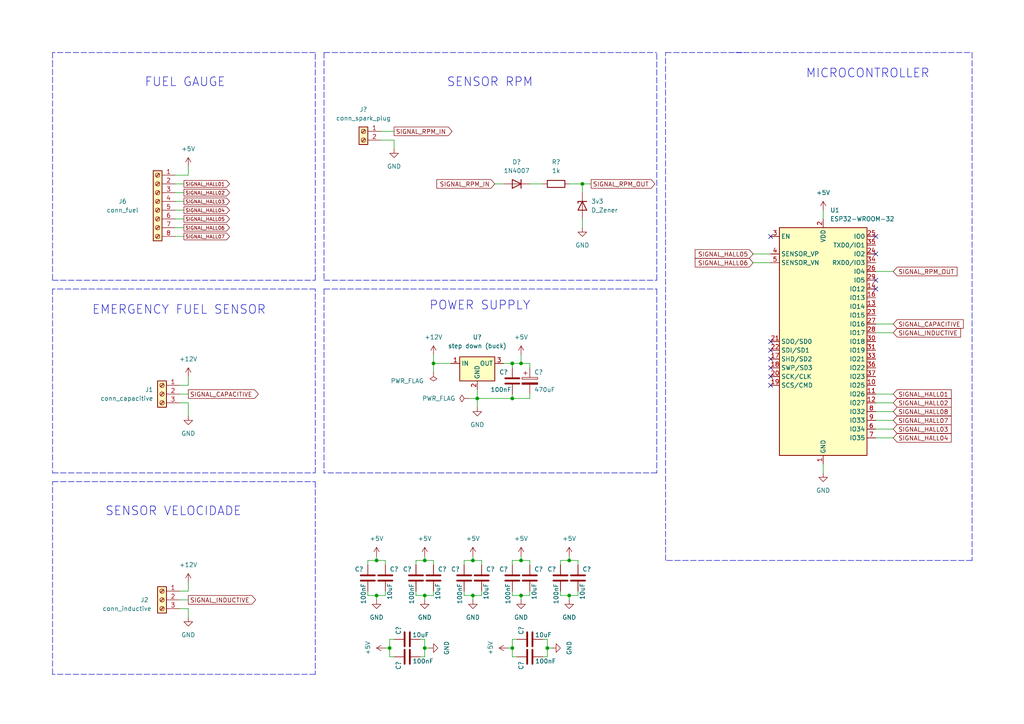
<source format=kicad_sch>
(kicad_sch (version 20211123) (generator eeschema)
  (paper "A4")
  (title_block (title "ECU2") (date "2022-09-27") (rev "v1.0.0") (company "Parahybaja"))
  (lib_symbols
    (symbol "+12V_2" (power) (pin_names (offset 0))
      (property "Value" "+12V_2" (at 0 3.556 0))
      (symbol "+12V_2_0_1"
        (polyline (pts (xy -0.762 1.27) (xy 0 2.54)))
        (polyline (pts (xy 0 0) (xy 0 2.54)))
        (polyline (pts (xy 0 2.54) (xy 0.762 1.27)))
      )
      (symbol "+12V_2_1_1"
        (pin power_in line (at 0 0 90) (length 0) hide (name "+12V") (number "1"))
      )
    )
    (symbol "Connector:Screw_Terminal_01x02" (pin_names (offset 1.016) hide)
      (property "Reference" "J" (at 0 2.54 0))
      (property "Value" "Screw_Terminal_01x02" (at 0 -5.08 0))
      (symbol "Screw_Terminal_01x02_1_1"
        (rectangle (start -1.27 1.27) (end 1.27 -3.81) (stroke (width 0.254)) (fill (type background)))
        (circle (center 0 -2.54) (radius 0.635) (stroke (width 0.1524)))
        (polyline (pts (xy -0.5334 -2.2098) (xy 0.3302 -3.048)) (stroke (width 0.1524)))
        (polyline (pts (xy -0.5334 0.3302) (xy 0.3302 -0.508)) (stroke (width 0.1524)))
        (polyline (pts (xy -0.3556 -2.032) (xy 0.508 -2.8702)) (stroke (width 0.1524)))
        (polyline (pts (xy -0.3556 0.508) (xy 0.508 -0.3302)) (stroke (width 0.1524)))
        (circle (center 0 0) (radius 0.635) (stroke (width 0.1524)))
        (pin passive line (at -5.08 0 0) (length 3.81) (name "Pin_1") (number "1"))
        (pin passive line (at -5.08 -2.54 0) (length 3.81) (name "Pin_2") (number "2"))
      )
    )
    (symbol "Connector:Screw_Terminal_01x03" (pin_names (offset 1.016) hide)
      (property "Reference" "J" (at 0 5.08 0))
      (property "Value" "Screw_Terminal_01x03" (at 0 -5.08 0))
      (symbol "Screw_Terminal_01x03_1_1"
        (rectangle (start -1.27 3.81) (end 1.27 -3.81) (stroke (width 0.254)) (fill (type background)))
        (circle (center 0 -2.54) (radius 0.635) (stroke (width 0.1524)))
        (polyline (pts (xy -0.5334 -2.2098) (xy 0.3302 -3.048)) (stroke (width 0.1524)))
        (polyline (pts (xy -0.5334 0.3302) (xy 0.3302 -0.508)) (stroke (width 0.1524)))
        (polyline (pts (xy -0.5334 2.8702) (xy 0.3302 2.032)) (stroke (width 0.1524)))
        (polyline (pts (xy -0.3556 -2.032) (xy 0.508 -2.8702)) (stroke (width 0.1524)))
        (polyline (pts (xy -0.3556 0.508) (xy 0.508 -0.3302)) (stroke (width 0.1524)))
        (polyline (pts (xy -0.3556 3.048) (xy 0.508 2.2098)) (stroke (width 0.1524)))
        (circle (center 0 0) (radius 0.635) (stroke (width 0.1524)))
        (circle (center 0 2.54) (radius 0.635) (stroke (width 0.1524)))
        (pin passive line (at -5.08 2.54 0) (length 3.81) (name "Pin_1") (number "1"))
        (pin passive line (at -5.08 0 0) (length 3.81) (name "Pin_2") (number "2"))
        (pin passive line (at -5.08 -2.54 0) (length 3.81) (name "Pin_3") (number "3"))
      )
    )
    (symbol "Connector:Screw_Terminal_01x08" (pin_names (offset 1.016) hide)
      (property "Reference" "J" (at 0 10.16 0))
      (property "Value" "Screw_Terminal_01x08" (at 0 -12.7 0))
      (symbol "Screw_Terminal_01x08_1_1"
        (rectangle (start -1.27 8.89) (end 1.27 -11.43) (stroke (width 0.254)) (fill (type background)))
        (circle (center 0 -10.16) (radius 0.635) (stroke (width 0.1524)))
        (circle (center 0 -7.62) (radius 0.635) (stroke (width 0.1524)))
        (circle (center 0 -5.08) (radius 0.635) (stroke (width 0.1524)))
        (circle (center 0 -2.54) (radius 0.635) (stroke (width 0.1524)))
        (polyline (pts (xy -0.5334 -9.8298) (xy 0.3302 -10.668)) (stroke (width 0.1524)))
        (polyline (pts (xy -0.5334 -7.2898) (xy 0.3302 -8.128)) (stroke (width 0.1524)))
        (polyline (pts (xy -0.5334 -4.7498) (xy 0.3302 -5.588)) (stroke (width 0.1524)))
        (polyline (pts (xy -0.5334 -2.2098) (xy 0.3302 -3.048)) (stroke (width 0.1524)))
        (polyline (pts (xy -0.5334 0.3302) (xy 0.3302 -0.508)) (stroke (width 0.1524)))
        (polyline (pts (xy -0.5334 2.8702) (xy 0.3302 2.032)) (stroke (width 0.1524)))
        (polyline (pts (xy -0.5334 5.4102) (xy 0.3302 4.572)) (stroke (width 0.1524)))
        (polyline (pts (xy -0.5334 7.9502) (xy 0.3302 7.112)) (stroke (width 0.1524)))
        (polyline (pts (xy -0.3556 -9.652) (xy 0.508 -10.4902)) (stroke (width 0.1524)))
        (polyline (pts (xy -0.3556 -7.112) (xy 0.508 -7.9502)) (stroke (width 0.1524)))
        (polyline (pts (xy -0.3556 -4.572) (xy 0.508 -5.4102)) (stroke (width 0.1524)))
        (polyline (pts (xy -0.3556 -2.032) (xy 0.508 -2.8702)) (stroke (width 0.1524)))
        (polyline (pts (xy -0.3556 0.508) (xy 0.508 -0.3302)) (stroke (width 0.1524)))
        (polyline (pts (xy -0.3556 3.048) (xy 0.508 2.2098)) (stroke (width 0.1524)))
        (polyline (pts (xy -0.3556 5.588) (xy 0.508 4.7498)) (stroke (width 0.1524)))
        (polyline (pts (xy -0.3556 8.128) (xy 0.508 7.2898)) (stroke (width 0.1524)))
        (circle (center 0 0) (radius 0.635) (stroke (width 0.1524)))
        (circle (center 0 2.54) (radius 0.635) (stroke (width 0.1524)))
        (circle (center 0 5.08) (radius 0.635) (stroke (width 0.1524)))
        (circle (center 0 7.62) (radius 0.635) (stroke (width 0.1524)))
        (pin passive line (at -5.08 7.62 0) (length 3.81) (name "Pin_1") (number "1"))
        (pin passive line (at -5.08 5.08 0) (length 3.81) (name "Pin_2") (number "2"))
        (pin passive line (at -5.08 2.54 0) (length 3.81) (name "Pin_3") (number "3"))
        (pin passive line (at -5.08 0 0) (length 3.81) (name "Pin_4") (number "4"))
        (pin passive line (at -5.08 -2.54 0) (length 3.81) (name "Pin_5") (number "5"))
        (pin passive line (at -5.08 -5.08 0) (length 3.81) (name "Pin_6") (number "6"))
        (pin passive line (at -5.08 -7.62 0) (length 3.81) (name "Pin_7") (number "7"))
        (pin passive line (at -5.08 -10.16 0) (length 3.81) (name "Pin_8") (number "8"))
      )
    )
    (symbol "Converter_DCDC:OKI-78SR-3.3_1.5-W36-C"
      (property "Reference" "U" (at -3.81 3.175 0))
      (property "Value" "OKI-78SR-3.3_1.5-W36-C" (at 0 3.175 0))
      (symbol "OKI-78SR-3.3_1.5-W36-C_0_1"
        (rectangle (start -5.08 1.905) (end 5.08 -5.08) (stroke (width 0.254)) (fill (type background)))
      )
      (symbol "OKI-78SR-3.3_1.5-W36-C_1_1"
        (pin power_in line (at -7.62 0 0) (length 2.54) (name "IN") (number "1"))
        (pin power_in line (at 0 -7.62 90) (length 2.54) (name "GND") (number "2"))
        (pin power_out line (at 7.62 0 180) (length 2.54) (name "OUT") (number "3"))
      )
    )
    (symbol "Device:C" (pin_numbers hide) (pin_names (offset 0.254))
      (property "Reference" "C" (at 0.635 2.54 0))
      (property "Value" "C" (at 0.635 -2.54 0))
      (symbol "C_0_1"
        (polyline (pts (xy -2.032 -0.762) (xy 2.032 -0.762)) (stroke (width 0.508)))
        (polyline (pts (xy -2.032 0.762) (xy 2.032 0.762)) (stroke (width 0.508)))
      )
      (symbol "C_1_1"
        (pin passive line (at 0 3.81 270) (length 2.794) (name "~") (number "1"))
        (pin passive line (at 0 -3.81 90) (length 2.794) (name "~") (number "2"))
      )
    )
    (symbol "Device:C_Polarized" (pin_numbers hide) (pin_names (offset 0.254))
      (property "Reference" "C" (at 0.635 2.54 0))
      (property "Value" "C_Polarized" (at 0.635 -2.54 0))
      (symbol "C_Polarized_0_1"
        (rectangle (start -2.286 0.508) (end 2.286 1.016))
        (polyline (pts (xy -1.778 2.286) (xy -0.762 2.286)))
        (polyline (pts (xy -1.27 2.794) (xy -1.27 1.778)))
        (rectangle (start 2.286 -0.508) (end -2.286 -1.016) (fill (type outline)))
      )
      (symbol "C_Polarized_1_1"
        (pin passive line (at 0 3.81 270) (length 2.794) (name "~") (number "1"))
        (pin passive line (at 0 -3.81 90) (length 2.794) (name "~") (number "2"))
      )
    )
    (symbol "Device:D_Zener" (pin_numbers hide) (pin_names (offset 1.016) hide)
      (property "Reference" "D" (at 0 2.54 0))
      (property "Value" "D_Zener" (at 0 -2.54 0))
      (symbol "D_Zener_0_1"
        (polyline (pts (xy 1.27 0) (xy -1.27 0)))
        (polyline (pts (xy -1.27 -1.27) (xy -1.27 1.27) (xy -0.762 1.27)) (stroke (width 0.254)))
        (polyline (pts (xy 1.27 -1.27) (xy 1.27 1.27) (xy -1.27 0) (xy 1.27 -1.27)) (stroke (width 0.254)))
      )
      (symbol "D_Zener_1_1"
        (pin passive line (at -3.81 0 0) (length 2.54) (name "K") (number "1"))
        (pin passive line (at 3.81 0 180) (length 2.54) (name "A") (number "2"))
      )
    )
    (symbol "Device:R" (pin_numbers hide) (pin_names (offset 0))
      (property "Reference" "R" (at 2.032 0 90))
      (property "Value" "R" (at 0 0 90))
      (symbol "R_0_1"
        (rectangle (start -1.016 -2.54) (end 1.016 2.54) (stroke (width 0.254)))
      )
      (symbol "R_1_1"
        (pin passive line (at 0 3.81 270) (length 1.27) (name "~") (number "1"))
        (pin passive line (at 0 -3.81 90) (length 1.27) (name "~") (number "2"))
      )
    )
    (symbol "Diode:1N4007" (pin_numbers hide) (pin_names (offset 1.016) hide)
      (property "Reference" "D" (at 0 2.54 0))
      (property "Value" "1N4007" (at 0 -2.54 0))
      (symbol "1N4007_0_1"
        (polyline (pts (xy -1.27 1.27) (xy -1.27 -1.27)) (stroke (width 0.254)))
        (polyline (pts (xy 1.27 0) (xy -1.27 0)))
        (polyline (pts (xy 1.27 1.27) (xy 1.27 -1.27) (xy -1.27 0) (xy 1.27 1.27)) (stroke (width 0.254)))
      )
      (symbol "1N4007_1_1"
        (pin passive line (at -3.81 0 0) (length 2.54) (name "K") (number "1"))
        (pin passive line (at 3.81 0 180) (length 2.54) (name "A") (number "2"))
      )
    )
    (symbol "GND_1" (power) (pin_names (offset 0))
      (property "Value" "GND_1" (at 0 -3.81 0))
      (symbol "GND_1_0_1"
        (polyline (pts (xy 0 0) (xy 0 -1.27) (xy 1.27 -1.27) (xy 0 -2.54) (xy -1.27 -1.27) (xy 0 -1.27)))
      )
      (symbol "GND_1_1_1"
        (pin power_in line (at 0 0 270) (length 0) hide (name "GND") (number "1"))
      )
    )
    (symbol "GND_2" (power) (pin_names (offset 0))
      (property "Value" "GND_2" (at 0 -3.81 0))
      (symbol "GND_2_0_1"
        (polyline (pts (xy 0 0) (xy 0 -1.27) (xy 1.27 -1.27) (xy 0 -2.54) (xy -1.27 -1.27) (xy 0 -1.27)))
      )
      (symbol "GND_2_1_1"
        (pin power_in line (at 0 0 270) (length 0) hide (name "GND") (number "1"))
      )
    )
    (symbol "RF_Module:ESP32-WROOM-32"
      (property "Reference" "U" (at -12.7 34.29 0))
      (property "Value" "ESP32-WROOM-32" (at 1.27 34.29 0))
      (symbol "ESP32-WROOM-32_0_1"
        (rectangle (start -12.7 33.02) (end 12.7 -33.02) (stroke (width 0.254)) (fill (type background)))
      )
      (symbol "ESP32-WROOM-32_1_1"
        (pin power_in line (at 0 -35.56 90) (length 2.54) (name "GND") (number "1"))
        (pin bidirectional line (at 15.24 -12.7 180) (length 2.54) (name "IO25") (number "10"))
        (pin bidirectional line (at 15.24 -15.24 180) (length 2.54) (name "IO26") (number "11"))
        (pin bidirectional line (at 15.24 -17.78 180) (length 2.54) (name "IO27") (number "12"))
        (pin bidirectional line (at 15.24 10.16 180) (length 2.54) (name "IO14") (number "13"))
        (pin bidirectional line (at 15.24 15.24 180) (length 2.54) (name "IO12") (number "14"))
        (pin passive line (at 0 -35.56 90) (length 2.54) hide (name "GND") (number "15"))
        (pin bidirectional line (at 15.24 12.7 180) (length 2.54) (name "IO13") (number "16"))
        (pin bidirectional line (at -15.24 -5.08 0) (length 2.54) (name "SHD/SD2") (number "17"))
        (pin bidirectional line (at -15.24 -7.62 0) (length 2.54) (name "SWP/SD3") (number "18"))
        (pin bidirectional line (at -15.24 -12.7 0) (length 2.54) (name "SCS/CMD") (number "19"))
        (pin power_in line (at 0 35.56 270) (length 2.54) (name "VDD") (number "2"))
        (pin bidirectional line (at -15.24 -10.16 0) (length 2.54) (name "SCK/CLK") (number "20"))
        (pin bidirectional line (at -15.24 0 0) (length 2.54) (name "SDO/SD0") (number "21"))
        (pin bidirectional line (at -15.24 -2.54 0) (length 2.54) (name "SDI/SD1") (number "22"))
        (pin bidirectional line (at 15.24 7.62 180) (length 2.54) (name "IO15") (number "23"))
        (pin bidirectional line (at 15.24 25.4 180) (length 2.54) (name "IO2") (number "24"))
        (pin bidirectional line (at 15.24 30.48 180) (length 2.54) (name "IO0") (number "25"))
        (pin bidirectional line (at 15.24 20.32 180) (length 2.54) (name "IO4") (number "26"))
        (pin bidirectional line (at 15.24 5.08 180) (length 2.54) (name "IO16") (number "27"))
        (pin bidirectional line (at 15.24 2.54 180) (length 2.54) (name "IO17") (number "28"))
        (pin bidirectional line (at 15.24 17.78 180) (length 2.54) (name "IO5") (number "29"))
        (pin input line (at -15.24 30.48 0) (length 2.54) (name "EN") (number "3"))
        (pin bidirectional line (at 15.24 0 180) (length 2.54) (name "IO18") (number "30"))
        (pin bidirectional line (at 15.24 -2.54 180) (length 2.54) (name "IO19") (number "31"))
        (pin no_connect line (at -12.7 -27.94 0) (length 2.54) hide (name "NC") (number "32"))
        (pin bidirectional line (at 15.24 -5.08 180) (length 2.54) (name "IO21") (number "33"))
        (pin bidirectional line (at 15.24 22.86 180) (length 2.54) (name "RXD0/IO3") (number "34"))
        (pin bidirectional line (at 15.24 27.94 180) (length 2.54) (name "TXD0/IO1") (number "35"))
        (pin bidirectional line (at 15.24 -7.62 180) (length 2.54) (name "IO22") (number "36"))
        (pin bidirectional line (at 15.24 -10.16 180) (length 2.54) (name "IO23") (number "37"))
        (pin passive line (at 0 -35.56 90) (length 2.54) hide (name "GND") (number "38"))
        (pin passive line (at 0 -35.56 90) (length 2.54) hide (name "GND") (number "39"))
        (pin input line (at -15.24 25.4 0) (length 2.54) (name "SENSOR_VP") (number "4"))
        (pin input line (at -15.24 22.86 0) (length 2.54) (name "SENSOR_VN") (number "5"))
        (pin input line (at 15.24 -25.4 180) (length 2.54) (name "IO34") (number "6"))
        (pin input line (at 15.24 -27.94 180) (length 2.54) (name "IO35") (number "7"))
        (pin bidirectional line (at 15.24 -20.32 180) (length 2.54) (name "IO32") (number "8"))
        (pin bidirectional line (at 15.24 -22.86 180) (length 2.54) (name "IO33") (number "9"))
      )
    )
    (symbol "power:+12V" (power) (pin_names (offset 0))
      (property "Value" "+12V" (at 0 3.556 0))
      (symbol "+12V_0_1"
        (polyline (pts (xy -0.762 1.27) (xy 0 2.54)))
        (polyline (pts (xy 0 0) (xy 0 2.54)))
        (polyline (pts (xy 0 2.54) (xy 0.762 1.27)))
      )
      (symbol "+12V_1_1"
        (pin power_in line (at 0 0 90) (length 0) hide (name "+12V") (number "1"))
      )
    )
    (symbol "power:+5V" (power) (pin_names (offset 0))
      (property "Value" "+5V" (at 0 3.556 0))
      (symbol "+5V_0_1"
        (polyline (pts (xy -0.762 1.27) (xy 0 2.54)))
        (polyline (pts (xy 0 0) (xy 0 2.54)))
        (polyline (pts (xy 0 2.54) (xy 0.762 1.27)))
      )
      (symbol "+5V_1_1"
        (pin power_in line (at 0 0 90) (length 0) hide (name "+5V") (number "1"))
      )
    )
    (symbol "power:GND" (power) (pin_names (offset 0))
      (property "Value" "GND" (at 0 -3.81 0))
      (symbol "GND_0_1"
        (polyline (pts (xy 0 0) (xy 0 -1.27) (xy 1.27 -1.27) (xy 0 -2.54) (xy -1.27 -1.27) (xy 0 -1.27)))
      )
      (symbol "GND_1_1"
        (pin power_in line (at 0 0 270) (length 0) hide (name "GND") (number "1"))
      )
    )
    (symbol "power:PWR_FLAG" (power) (pin_numbers hide) (pin_names (offset 0) hide)
      (property "Value" "PWR_FLAG" (at 0 3.81 0))
      (symbol "PWR_FLAG_0_0"
        (pin power_out line (at 0 0 90) (length 0) (name "pwr") (number "1"))
      )
      (symbol "PWR_FLAG_0_1"
        (polyline (pts (xy 0 0) (xy 0 1.27) (xy -1.016 1.905) (xy 0 2.54) (xy 1.016 1.905) (xy 0 1.27)))
      )
    )
  )
  (junction (at 109.22 162.56))
  (junction (at 165.1 172.72))
  (junction (at 168.91 53.34))
  (junction (at 148.59 105.41))
  (junction (at 151.13 162.56))
  (junction (at 109.22 172.72))
  (junction (at 125.73 105.41))
  (junction (at 151.13 105.41))
  (junction (at 148.59 187.96))
  (junction (at 158.75 187.96))
  (junction (at 165.1 162.56))
  (junction (at 148.59 115.57))
  (junction (at 137.16 172.72))
  (junction (at 137.16 162.56))
  (junction (at 151.13 172.72))
  (junction (at 123.19 187.96))
  (junction (at 113.03 187.96))
  (junction (at 123.19 162.56))
  (junction (at 138.43 115.57))
  (junction (at 123.19 172.72))
  (no_connect (at 223.52 99.06))
  (no_connect (at 254 83.82))
  (no_connect (at 223.52 109.22))
  (no_connect (at 223.52 111.76))
  (no_connect (at 223.52 101.6))
  (no_connect (at 223.52 104.14))
  (no_connect (at 223.52 106.68))
  (no_connect (at 223.52 68.58))
  (no_connect (at 254 68.58))
  (no_connect (at 254 81.28))
  (no_connect (at 254 73.66))
  (wire (pts (xy 106.68 172.72) (xy 106.68 171.45)))
  (wire (pts (xy 135.89 115.57) (xy 138.43 115.57)))
  (polyline (pts (xy 91.44 15.24) (xy 15.24 15.24)))
  (wire (pts (xy 50.8 53.34) (xy 53.34 53.34)))
  (wire (pts (xy 162.56 172.72) (xy 162.56 171.45)))
  (wire (pts (xy 52.07 116.84) (xy 54.61 116.84)))
  (polyline (pts (xy 93.98 83.82) (xy 93.98 137.16)))
  (wire (pts (xy 139.7 162.56) (xy 139.7 163.83)))
  (wire (pts (xy 109.22 162.56) (xy 111.76 162.56)))
  (wire (pts (xy 218.44 73.66) (xy 223.52 73.66)))
  (wire (pts (xy 50.8 66.04) (xy 53.34 66.04)))
  (wire (pts (xy 106.68 162.56) (xy 106.68 163.83)))
  (polyline (pts (xy 193.04 162.56) (xy 193.04 15.24)))
  (wire (pts (xy 123.19 172.72) (xy 120.65 172.72)))
  (wire (pts (xy 123.19 185.42) (xy 121.92 185.42)))
  (polyline (pts (xy 15.24 137.16) (xy 91.44 137.16)))
  (wire (pts (xy 151.13 102.87) (xy 151.13 105.41)))
  (wire (pts (xy 113.03 190.5) (xy 114.3 190.5)))
  (wire (pts (xy 137.16 172.72) (xy 139.7 172.72)))
  (wire (pts (xy 153.67 115.57) (xy 148.59 115.57)))
  (wire (pts (xy 125.73 102.87) (xy 125.73 105.41)))
  (wire (pts (xy 238.76 134.62) (xy 238.76 137.16)))
  (wire (pts (xy 238.76 60.96) (xy 238.76 63.5)))
  (wire (pts (xy 139.7 172.72) (xy 139.7 171.45)))
  (wire (pts (xy 151.13 161.29) (xy 151.13 162.56)))
  (polyline (pts (xy 15.24 195.58) (xy 15.24 139.7)))
  (polyline (pts (xy 91.44 137.16) (xy 91.44 83.82)))
  (wire (pts (xy 123.19 162.56) (xy 120.65 162.56)))
  (wire (pts (xy 148.59 185.42) (xy 149.86 185.42)))
  (polyline (pts (xy 213.36 162.56) (xy 193.04 162.56)))
  (wire (pts (xy 137.16 173.99) (xy 137.16 172.72)))
  (wire (pts (xy 147.32 187.96) (xy 148.59 187.96)))
  (wire (pts (xy 137.16 162.56) (xy 139.7 162.56)))
  (wire (pts (xy 137.16 162.56) (xy 134.62 162.56)))
  (wire (pts (xy 254 114.3) (xy 259.08 114.3)))
  (wire (pts (xy 148.59 105.41) (xy 146.05 105.41)))
  (polyline (pts (xy 93.98 81.28) (xy 190.5 81.28)))
  (wire (pts (xy 151.13 173.99) (xy 151.13 172.72)))
  (wire (pts (xy 165.1 161.29) (xy 165.1 162.56)))
  (wire (pts (xy 113.03 185.42) (xy 114.3 185.42)))
  (wire (pts (xy 52.07 173.99) (xy 54.61 173.99)))
  (wire (pts (xy 165.1 162.56) (xy 162.56 162.56)))
  (wire (pts (xy 50.8 50.8) (xy 54.61 50.8)))
  (wire (pts (xy 113.03 187.96) (xy 113.03 190.5)))
  (wire (pts (xy 109.22 172.72) (xy 106.68 172.72)))
  (wire (pts (xy 123.19 173.99) (xy 123.19 172.72)))
  (polyline (pts (xy 193.04 15.24) (xy 215.9 15.24)))
  (wire (pts (xy 254 96.52) (xy 259.08 96.52)))
  (polyline (pts (xy 15.24 83.82) (xy 15.24 137.16)))
  (polyline (pts (xy 91.44 195.58) (xy 15.24 195.58)))
  (polyline (pts (xy 93.98 83.82) (xy 190.5 83.82)))
  (wire (pts (xy 143.51 53.34) (xy 146.05 53.34)))
  (wire (pts (xy 162.56 162.56) (xy 162.56 163.83)))
  (wire (pts (xy 160.02 187.96) (xy 158.75 187.96)))
  (wire (pts (xy 120.65 172.72) (xy 120.65 171.45)))
  (wire (pts (xy 120.65 162.56) (xy 120.65 163.83)))
  (wire (pts (xy 109.22 173.99) (xy 109.22 172.72)))
  (wire (pts (xy 158.75 187.96) (xy 158.75 185.42)))
  (wire (pts (xy 123.19 190.5) (xy 121.92 190.5)))
  (polyline (pts (xy 15.24 17.78) (xy 15.24 81.28)))
  (wire (pts (xy 123.19 187.96) (xy 123.19 185.42)))
  (polyline (pts (xy 281.94 162.56) (xy 213.36 162.56)))
  (wire (pts (xy 165.1 173.99) (xy 165.1 172.72)))
  (wire (pts (xy 113.03 187.96) (xy 113.03 185.42)))
  (wire (pts (xy 137.16 161.29) (xy 137.16 162.56)))
  (wire (pts (xy 54.61 116.84) (xy 54.61 120.65)))
  (wire (pts (xy 111.76 187.96) (xy 113.03 187.96)))
  (wire (pts (xy 148.59 187.96) (xy 148.59 185.42)))
  (wire (pts (xy 151.13 105.41) (xy 148.59 105.41)))
  (polyline (pts (xy 93.98 15.24) (xy 93.98 81.28)))
  (polyline (pts (xy 213.36 15.24) (xy 281.94 15.24)))
  (wire (pts (xy 153.67 114.3) (xy 153.67 115.57)))
  (wire (pts (xy 165.1 172.72) (xy 162.56 172.72)))
  (wire (pts (xy 254 121.92) (xy 259.08 121.92)))
  (wire (pts (xy 165.1 162.56) (xy 167.64 162.56)))
  (wire (pts (xy 151.13 162.56) (xy 153.67 162.56)))
  (wire (pts (xy 254 119.38) (xy 259.08 119.38)))
  (wire (pts (xy 52.07 176.53) (xy 54.61 176.53)))
  (wire (pts (xy 111.76 162.56) (xy 111.76 163.83)))
  (wire (pts (xy 148.59 172.72) (xy 148.59 171.45)))
  (polyline (pts (xy 190.5 83.82) (xy 190.5 137.16)))
  (wire (pts (xy 153.67 162.56) (xy 153.67 163.83)))
  (wire (pts (xy 148.59 105.41) (xy 148.59 106.68)))
  (wire (pts (xy 54.61 48.26) (xy 54.61 50.8)))
  (polyline (pts (xy 91.44 83.82) (xy 15.24 83.82)))
  (wire (pts (xy 148.59 187.96) (xy 148.59 190.5)))
  (wire (pts (xy 167.64 162.56) (xy 167.64 163.83)))
  (wire (pts (xy 218.44 76.2) (xy 223.52 76.2)))
  (wire (pts (xy 52.07 114.3) (xy 54.61 114.3)))
  (wire (pts (xy 52.07 111.76) (xy 54.61 111.76)))
  (wire (pts (xy 153.67 105.41) (xy 153.67 106.68)))
  (wire (pts (xy 254 78.74) (xy 259.08 78.74)))
  (wire (pts (xy 123.19 162.56) (xy 125.73 162.56)))
  (wire (pts (xy 254 93.98) (xy 259.08 93.98)))
  (wire (pts (xy 123.19 187.96) (xy 123.19 190.5)))
  (wire (pts (xy 148.59 190.5) (xy 149.86 190.5)))
  (wire (pts (xy 110.49 38.1) (xy 114.3 38.1)))
  (polyline (pts (xy 15.24 139.7) (xy 91.44 139.7)))
  (wire (pts (xy 254 127) (xy 259.08 127)))
  (wire (pts (xy 114.3 40.64) (xy 110.49 40.64)))
  (wire (pts (xy 158.75 190.5) (xy 157.48 190.5)))
  (wire (pts (xy 111.76 172.72) (xy 111.76 171.45)))
  (wire (pts (xy 151.13 172.72) (xy 153.67 172.72)))
  (wire (pts (xy 148.59 114.3) (xy 148.59 115.57)))
  (polyline (pts (xy 83.82 81.28) (xy 91.44 81.28)))
  (wire (pts (xy 54.61 176.53) (xy 54.61 179.07)))
  (polyline (pts (xy 91.44 81.28) (xy 91.44 15.24)))
  (wire (pts (xy 168.91 53.34) (xy 168.91 55.88)))
  (wire (pts (xy 153.67 172.72) (xy 153.67 171.45)))
  (wire (pts (xy 158.75 187.96) (xy 158.75 190.5)))
  (wire (pts (xy 153.67 53.34) (xy 157.48 53.34)))
  (wire (pts (xy 167.64 172.72) (xy 167.64 171.45)))
  (wire (pts (xy 114.3 43.18) (xy 114.3 40.64)))
  (wire (pts (xy 109.22 172.72) (xy 111.76 172.72)))
  (wire (pts (xy 50.8 63.5) (xy 53.34 63.5)))
  (wire (pts (xy 151.13 172.72) (xy 148.59 172.72)))
  (wire (pts (xy 148.59 115.57) (xy 138.43 115.57)))
  (wire (pts (xy 138.43 113.03) (xy 138.43 115.57)))
  (wire (pts (xy 54.61 171.45) (xy 52.07 171.45)))
  (wire (pts (xy 168.91 53.34) (xy 171.45 53.34)))
  (wire (pts (xy 109.22 162.56) (xy 106.68 162.56)))
  (wire (pts (xy 148.59 162.56) (xy 148.59 163.83)))
  (wire (pts (xy 54.61 109.22) (xy 54.61 111.76)))
  (polyline (pts (xy 190.5 137.16) (xy 93.98 137.16)))
  (wire (pts (xy 151.13 162.56) (xy 148.59 162.56)))
  (wire (pts (xy 137.16 172.72) (xy 134.62 172.72)))
  (wire (pts (xy 50.8 60.96) (xy 53.34 60.96)))
  (wire (pts (xy 165.1 53.34) (xy 168.91 53.34)))
  (polyline (pts (xy 281.94 15.24) (xy 281.94 162.56)))
  (wire (pts (xy 134.62 162.56) (xy 134.62 163.83)))
  (wire (pts (xy 151.13 105.41) (xy 153.67 105.41)))
  (wire (pts (xy 138.43 115.57) (xy 138.43 118.11)))
  (wire (pts (xy 50.8 68.58) (xy 53.34 68.58)))
  (wire (pts (xy 134.62 172.72) (xy 134.62 171.45)))
  (polyline (pts (xy 190.5 81.28) (xy 190.5 15.24)))
  (wire (pts (xy 158.75 185.42) (xy 157.48 185.42)))
  (wire (pts (xy 125.73 105.41) (xy 125.73 107.95)))
  (wire (pts (xy 254 116.84) (xy 259.08 116.84)))
  (wire (pts (xy 165.1 172.72) (xy 167.64 172.72)))
  (wire (pts (xy 54.61 168.91) (xy 54.61 171.45)))
  (wire (pts (xy 168.91 66.04) (xy 168.91 63.5)))
  (wire (pts (xy 124.46 187.96) (xy 123.19 187.96)))
  (polyline (pts (xy 15.24 81.28) (xy 83.82 81.28)))
  (polyline (pts (xy 93.98 15.24) (xy 190.5 15.24)))
  (wire (pts (xy 123.19 161.29) (xy 123.19 162.56)))
  (wire (pts (xy 125.73 105.41) (xy 130.81 105.41)))
  (wire (pts (xy 109.22 161.29) (xy 109.22 162.56)))
  (wire (pts (xy 125.73 162.56) (xy 125.73 163.83)))
  (polyline (pts (xy 15.24 15.24) (xy 15.24 17.78)))
  (wire (pts (xy 125.73 172.72) (xy 125.73 171.45)))
  (wire (pts (xy 123.19 172.72) (xy 125.73 172.72)))
  (wire (pts (xy 254 124.46) (xy 259.08 124.46)))
  (wire (pts (xy 50.8 55.88) (xy 53.34 55.88)))
  (wire (pts (xy 50.8 58.42) (xy 53.34 58.42)))
  (polyline (pts (xy 91.44 139.7) (xy 91.44 195.58)))
  (text "FUEL GAUGE" (at 41.91 25.4 0) (effects (font (size 2.54 2.54)) (justify left bottom)))
  (text "SENSOR VELOCIDADE" (at 30.48 149.86 0) (effects (font (size 2.54 2.54)) (justify left bottom)))
  (text "EMERGENCY FUEL SENSOR" (at 26.67 91.44 0) (effects (font (size 2.54 2.54)) (justify left bottom)))
  (text "SENSOR RPM" (at 129.54 25.4 0) (effects (font (size 2.54 2.54)) (justify left bottom)))
  (text "POWER SUPPLY" (at 124.46 90.17 0) (effects (font (size 2.54 2.54)) (justify left bottom)))
  (text "MICROCONTROLLER" (at 233.68 22.86 0) (effects (font (size 2.54 2.54)) (justify left bottom)))
  (global_label "SIGNAL_CAPACITIVE" (shape output) (at 54.61 114.3 0) (property "Referências entre as folhas" "${INTERSHEET_REFS}" (effects hide)))
  (global_label "SIGNAL_INDUCTIVE" (shape output) (at 54.61 173.99 0) (property "Referências entre as folhas" "${INTERSHEET_REFS}" (effects hide)))
  (global_label "SIGNAL_HALL03" (shape input) (at 259.08 124.46 0) (property "Referências entre as folhas" "${INTERSHEET_REFS}" (effects hide)))
  (global_label "SIGNAL_HALL03" (shape output) (at 53.34 58.42 0) (effects (font (size 1 1))) (property "Referências entre as folhas" "${INTERSHEET_REFS}" (effects hide)))
  (global_label "SIGNAL_RPM_OUT" (shape output) (at 171.45 53.34 0) (property "Referências entre as folhas" "${INTERSHEET_REFS}" (effects hide)))
  (global_label "SIGNAL_HALL04" (shape input) (at 259.08 127 0) (property "Referências entre as folhas" "${INTERSHEET_REFS}" (effects hide)))
  (global_label "SIGNAL_HALL01" (shape output) (at 53.34 53.34 0) (effects (font (size 1 1))) (property "Referências entre as folhas" "${INTERSHEET_REFS}" (effects hide)))
  (global_label "SIGNAL_HALL04" (shape output) (at 53.34 60.96 0) (effects (font (size 1 1))) (property "Referências entre as folhas" "${INTERSHEET_REFS}" (effects hide)))
  (global_label "SIGNAL_HALL01" (shape input) (at 259.08 114.3 0) (property "Referências entre as folhas" "${INTERSHEET_REFS}" (effects hide)))
  (global_label "SIGNAL_RPM_IN" (shape output) (at 114.3 38.1 0) (property "Intersheet References" "${INTERSHEET_REFS}" (effects hide)))
  (global_label "SIGNAL_HALL02" (shape input) (at 259.08 116.84 0) (property "Referências entre as folhas" "${INTERSHEET_REFS}" (effects hide)))
  (global_label "SIGNAL_RPM_OUT" (shape input) (at 259.08 78.74 0) (property "Referências entre as folhas" "${INTERSHEET_REFS}" (effects hide)))
  (global_label "SIGNAL_HALL05" (shape output) (at 53.34 63.5 0) (effects (font (size 1 1))) (property "Referências entre as folhas" "${INTERSHEET_REFS}" (effects hide)))
  (global_label "SIGNAL_HALL02" (shape output) (at 53.34 55.88 0) (effects (font (size 1 1))) (property "Referências entre as folhas" "${INTERSHEET_REFS}" (effects hide)))
  (global_label "SIGNAL_HALL07" (shape output) (at 53.34 68.58 0) (effects (font (size 1 1))) (property "Referências entre as folhas" "${INTERSHEET_REFS}" (effects hide)))
  (global_label "SIGNAL_HALL06" (shape output) (at 53.34 66.04 0) (effects (font (size 1 1))) (property "Referências entre as folhas" "${INTERSHEET_REFS}" (effects hide)))
  (global_label "SIGNAL_HALL06" (shape input) (at 218.44 76.2 180) (property "Referências entre as folhas" "${INTERSHEET_REFS}" (effects hide)))
  (global_label "SIGNAL_INDUCTIVE" (shape input) (at 259.08 96.52 0) (property "Referências entre as folhas" "${INTERSHEET_REFS}" (effects hide)))
  (global_label "SIGNAL_CAPACITIVE" (shape input) (at 259.08 93.98 0) (property "Referências entre as folhas" "${INTERSHEET_REFS}" (effects hide)))
  (global_label "SIGNAL_HALL08" (shape input) (at 259.08 119.38 0) (property "Referências entre as folhas" "${INTERSHEET_REFS}" (effects hide)))
  (global_label "SIGNAL_HALL05" (shape input) (at 218.44 73.66 180) (property "Referências entre as folhas" "${INTERSHEET_REFS}" (effects hide)))
  (global_label "SIGNAL_RPM_IN" (shape input) (at 143.51 53.34 180) (property "Intersheet References" "${INTERSHEET_REFS}" (effects hide)))
  (global_label "SIGNAL_HALL07" (shape input) (at 259.08 121.92 0) (property "Referências entre as folhas" "${INTERSHEET_REFS}" (effects hide)))
  (symbol (lib_id "Device:C") (at 118.11 190.5 90) (unit 1)
    (property "Reference" "C?" (at 115.57 194.31 0) (effects (justify left)))
    (property "Value" "100nF" (at 125.73 191.77 90) (effects (justify left)))
  )
  (symbol (lib_id "power:+5V") (at 238.76 60.96 0) (unit 1)
    (property "Reference" "#PWR?" (effects hide))
    (property "Value" "+5V" (at 238.76 55.88 0))
  )
  (symbol (lib_id "power:+5V") (at 54.61 48.26 0) (unit 1)
    (property "Reference" "#PWR?" (effects hide))
    (property "Value" "+5V" (at 54.61 43.18 0))
  )
  (symbol (lib_id "power:+5V") (at 147.32 187.96 90) (unit 1)
    (property "Reference" "#PWR?" (effects hide))
    (property "Value" "+5V" (at 142.24 187.96 0))
  )
  (symbol (lib_id "power:+5V") (at 123.19 161.29 0) (unit 1)
    (property "Reference" "#PWR?" (effects hide))
    (property "Value" "+5V" (at 123.19 156.21 0))
  )
  (symbol (lib_id "Device:C") (at 118.11 185.42 90) (unit 1)
    (property "Reference" "C?" (at 115.57 184.15 0) (effects (justify left)))
    (property "Value" "10uF" (at 124.46 184.15 90) (effects (justify left)))
  )
  (symbol (lib_id "Device:C") (at 148.59 110.49 0) (unit 1)
    (property "Reference" "C?" (at 144.78 107.95 0) (effects (justify left)))
    (property "Value" "100nF" (at 142.24 113.03 0) (effects (justify left)))
  )
  (symbol (lib_id "power:PWR_FLAG") (at 125.73 107.95 180) (unit 1)
    (property "Reference" "#FLG?" (effects hide))
    (property "Value" "PWR_FLAG" (at 118.11 110.49 0))
  )
  (symbol (lib_id "Device:C") (at 134.62 167.64 0) (unit 1)
    (property "Reference" "C?" (at 130.81 165.1 0) (effects (justify left)))
    (property "Value" "100nF" (at 133.35 175.26 90) (effects (justify left)))
  )
  (symbol (lib_id "power:GND") (at 109.22 173.99 0) (unit 1)
    (property "Reference" "#PWR?" (effects hide))
    (property "Value" "GND" (at 109.22 179.07 0))
  )
  (symbol (lib_id "power:GND") (at 238.76 137.16 0) (unit 1)
    (property "Reference" "#PWR?" (effects hide))
    (property "Value" "GND" (at 238.76 142.24 0))
  )
  (symbol (lib_id "Device:C") (at 153.67 167.64 0) (unit 1)
    (property "Reference" "C?" (at 154.94 165.1 0) (effects (justify left)))
    (property "Value" "10uF" (at 154.94 173.99 90) (effects (justify left)))
  )
  (symbol (lib_id "Device:C") (at 125.73 167.64 0) (unit 1)
    (property "Reference" "C?" (at 127 165.1 0) (effects (justify left)))
    (property "Value" "10uF" (at 127 173.99 90) (effects (justify left)))
  )
  (symbol (lib_id "Device:C_Polarized") (at 153.67 110.49 0) (unit 1)
    (property "Reference" "C?" (at 154.94 107.95 0) (effects (justify left)))
    (property "Value" "470uF" (at 154.94 113.03 0) (effects (justify left)))
  )
  (symbol (lib_id "Connector:Screw_Terminal_01x02") (at 105.41 38.1 0) (mirror y) (unit 1)
    (property "Reference" "J?" (at 105.41 31.75 0))
    (property "Value" "conn_spark_plug" (at 105.41 34.29 0))
  )
  (symbol (lib_id "RF_Module:ESP32-WROOM-32") (at 238.76 99.06 0) (unit 1)
    (property "Reference" "U1" (at 240.7794 60.96 0) (effects (justify left)))
    (property "Value" "ESP32-WROOM-32" (at 240.7794 63.5 0) (effects (justify left)))
    (property "Footprint" "RF_Module:ESP32-WROOM-32" (effects hide))
    (property "Datasheet" "https://www.espressif.com/sites/default/files/documentation/esp32-wroom-32_datasheet_en.pdf" (effects hide))
  )
  (symbol (lib_id "Device:C") (at 106.68 167.64 0) (unit 1)
    (property "Reference" "C?" (at 102.87 165.1 0) (effects (justify left)))
    (property "Value" "100nF" (at 105.41 175.26 90) (effects (justify left)))
  )
  (symbol (lib_id "power:GND") (at 160.02 187.96 90) (unit 1)
    (property "Reference" "#PWR?" (effects hide))
    (property "Value" "GND" (at 165.1 187.96 0))
  )
  (symbol (lib_id "Device:C") (at 153.67 185.42 90) (unit 1)
    (property "Reference" "C?" (at 151.13 184.15 0) (effects (justify left)))
    (property "Value" "10uF" (at 160.02 184.15 90) (effects (justify left)))
  )
  (symbol (lib_id "power:+12V") (at 54.61 168.91 0) (unit 1)
    (property "Reference" "#PWR?" (effects hide))
    (property "Value" "+12V" (at 54.61 163.83 0))
  )
  (symbol (lib_id "power:GND") (at 123.19 173.99 0) (unit 1)
    (property "Reference" "#PWR?" (effects hide))
    (property "Value" "GND" (at 123.19 179.07 0))
  )
  (symbol (lib_id "Device:R") (at 161.29 53.34 90) (unit 1)
    (property "Reference" "R?" (at 161.29 46.99 90))
    (property "Value" "1k" (at 161.29 49.53 90))
  )
  (symbol (lib_id "power:+12V") (at 125.73 102.87 0) (unit 1)
    (property "Reference" "#PWR?" (effects hide))
    (property "Value" "+12V" (at 125.73 97.79 0))
  )
  (symbol (lib_id "Connector:Screw_Terminal_01x03") (at 46.99 114.3 0) (mirror y) (unit 1)
    (property "Reference" "J1" (at 44.45 113.0299 0) (effects (justify left)))
    (property "Value" "conn_capacitive" (at 44.45 115.5699 0) (effects (justify left)))
  )
  (symbol (lib_id "Device:C") (at 120.65 167.64 0) (unit 1)
    (property "Reference" "C?" (at 116.84 165.1 0) (effects (justify left)))
    (property "Value" "100nF" (at 119.38 175.26 90) (effects (justify left)))
  )
  (symbol (lib_name "GND_2") (lib_id "power:GND") (at 54.61 120.65 0) (unit 1)
    (property "Reference" "#PWR?" (effects hide))
    (property "Value" "GND" (at 54.61 125.73 0))
  )
  (symbol (lib_id "Device:C") (at 162.56 167.64 0) (unit 1)
    (property "Reference" "C?" (at 158.75 165.1 0) (effects (justify left)))
    (property "Value" "100nF" (at 161.29 175.26 90) (effects (justify left)))
  )
  (symbol (lib_id "power:GND") (at 151.13 173.99 0) (unit 1)
    (property "Reference" "#PWR?" (effects hide))
    (property "Value" "GND" (at 151.13 179.07 0))
  )
  (symbol (lib_id "power:GND") (at 138.43 118.11 0) (unit 1)
    (property "Reference" "#PWR?" (effects hide))
    (property "Value" "GND" (at 138.43 123.19 0))
  )
  (symbol (lib_name "GND_1") (lib_id "power:GND") (at 168.91 66.04 0) (unit 1)
    (property "Reference" "#PWR?" (effects hide))
    (property "Value" "GND" (at 168.91 71.12 0))
  )
  (symbol (lib_id "Connector:Screw_Terminal_01x08") (at 45.72 58.42 0) (mirror y) (unit 1)
    (property "Reference" "J6" (at 35.56 58.42 0))
    (property "Value" "conn_fuel" (at 35.56 60.96 0))
  )
  (symbol (lib_id "power:+5V") (at 151.13 102.87 0) (unit 1)
    (property "Reference" "#PWR?" (effects hide))
    (property "Value" "+5V" (at 151.13 97.79 0))
  )
  (symbol (lib_id "Device:C") (at 139.7 167.64 0) (unit 1)
    (property "Reference" "C?" (at 140.97 165.1 0) (effects (justify left)))
    (property "Value" "10uF" (at 140.97 173.99 90) (effects (justify left)))
  )
  (symbol (lib_id "Device:C") (at 167.64 167.64 0) (unit 1)
    (property "Reference" "C?" (at 168.91 165.1 0) (effects (justify left)))
    (property "Value" "10uF" (at 168.91 173.99 90) (effects (justify left)))
  )
  (symbol (lib_id "power:GND") (at 165.1 173.99 0) (unit 1)
    (property "Reference" "#PWR?" (effects hide))
    (property "Value" "GND" (at 165.1 179.07 0))
  )
  (symbol (lib_id "power:GND") (at 54.61 179.07 0) (unit 1)
    (property "Reference" "#PWR?" (effects hide))
    (property "Value" "GND" (at 54.61 184.15 0))
  )
  (symbol (lib_id "Device:C") (at 148.59 167.64 0) (unit 1)
    (property "Reference" "C?" (at 144.78 165.1 0) (effects (justify left)))
    (property "Value" "100nF" (at 147.32 175.26 90) (effects (justify left)))
  )
  (symbol (lib_name "+12V_2") (lib_id "power:+12V") (at 54.61 109.22 0) (unit 1)
    (property "Reference" "#PWR?" (effects hide))
    (property "Value" "+12V" (at 54.61 104.14 0))
  )
  (symbol (lib_id "power:+5V") (at 111.76 187.96 90) (unit 1)
    (property "Reference" "#PWR?" (effects hide))
    (property "Value" "+5V" (at 106.68 187.96 0))
  )
  (symbol (lib_id "Converter_DCDC:OKI-78SR-3.3_1.5-W36-C") (at 138.43 105.41 0) (unit 1)
    (property "Reference" "U?" (at 138.43 97.79 0))
    (property "Value" "step down (buck)" (at 138.43 100.33 0))
    (property "Footprint" "Converter_DCDC:Converter_DCDC_Murata_OKI-78SR_Vertical" (effects hide))
    (property "Datasheet" "https://power.murata.com/data/power/oki-78sr.pdf" (effects hide))
  )
  (symbol (lib_id "Device:C") (at 153.67 190.5 90) (unit 1)
    (property "Reference" "C?" (at 151.13 194.31 0) (effects (justify left)))
    (property "Value" "100nF" (at 161.29 191.77 90) (effects (justify left)))
  )
  (symbol (lib_id "Connector:Screw_Terminal_01x03") (at 46.99 173.99 0) (mirror y) (unit 1)
    (property "Reference" "J2" (at 41.91 173.99 0))
    (property "Value" "conn_inductive" (at 36.83 176.53 0))
  )
  (symbol (lib_id "power:PWR_FLAG") (at 135.89 115.57 90) (unit 1)
    (property "Reference" "#FLG?" (effects hide))
    (property "Value" "PWR_FLAG" (at 132.08 115.5699 90) (effects (justify left)))
  )
  (symbol (lib_id "power:+5V") (at 137.16 161.29 0) (unit 1)
    (property "Reference" "#PWR?" (effects hide))
    (property "Value" "+5V" (at 137.16 156.21 0))
  )
  (symbol (lib_id "Diode:1N4007") (at 149.86 53.34 180) (unit 1)
    (property "Reference" "D?" (at 149.86 46.99 0))
    (property "Value" "1N4007" (at 149.86 49.53 0))
    (property "Footprint" "Diode_THT:D_DO-41_SOD81_P10.16mm_Horizontal" (effects hide))
    (property "Datasheet" "http://www.vishay.com/docs/88503/1n4001.pdf" (effects hide))
  )
  (symbol (lib_id "Device:D_Zener") (at 168.91 59.69 90) (mirror x) (unit 1)
    (property "Reference" "3v3" (at 171.45 58.4199 90) (effects (justify right)))
    (property "Value" "D_Zener" (at 171.45 60.9599 90) (effects (justify right)))
  )
  (symbol (lib_id "power:GND") (at 114.3 43.18 0) (unit 1)
    (property "Reference" "#PWR?" (effects hide))
    (property "Value" "GND" (at 114.3 48.26 0))
  )
  (symbol (lib_id "Device:C") (at 111.76 167.64 0) (unit 1)
    (property "Reference" "C?" (at 113.03 165.1 0) (effects (justify left)))
    (property "Value" "10uF" (at 113.03 173.99 90) (effects (justify left)))
  )
  (symbol (lib_id "power:GND") (at 137.16 173.99 0) (unit 1)
    (property "Reference" "#PWR?" (effects hide))
    (property "Value" "GND" (at 137.16 179.07 0))
  )
  (symbol (lib_id "power:+5V") (at 165.1 161.29 0) (unit 1)
    (property "Reference" "#PWR?" (effects hide))
    (property "Value" "+5V" (at 165.1 156.21 0))
  )
  (symbol (lib_id "power:+5V") (at 109.22 161.29 0) (unit 1)
    (property "Reference" "#PWR?" (effects hide))
    (property "Value" "+5V" (at 109.22 156.21 0))
  )
  (symbol (lib_id "power:+5V") (at 151.13 161.29 0) (unit 1)
    (property "Reference" "#PWR?" (effects hide))
    (property "Value" "+5V" (at 151.13 156.21 0))
  )
  (symbol (lib_id "power:GND") (at 124.46 187.96 90) (unit 1)
    (property "Reference" "#PWR?" (effects hide))
    (property "Value" "GND" (at 129.54 187.96 0))
  )
)
</source>
